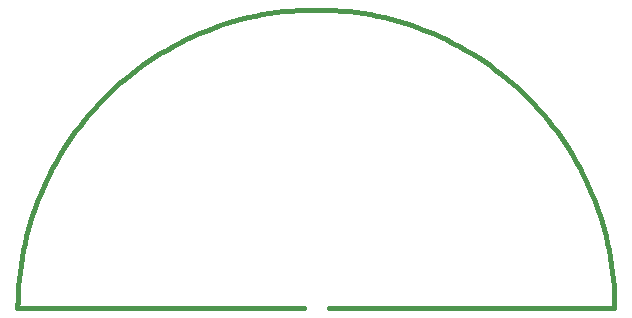
<source format=gtp>
G75*
%MOIN*%
%OFA0B0*%
%FSLAX25Y25*%
%IPPOS*%
%LPD*%
%AMOC8*
5,1,8,0,0,1.08239X$1,22.5*
%
%ADD10C,0.01600*%
D10*
X0001800Y0035590D02*
X0097300Y0035590D01*
X0001800Y0035590D02*
X0001830Y0038013D01*
X0001918Y0040434D01*
X0002065Y0042853D01*
X0002272Y0045267D01*
X0002537Y0047676D01*
X0002860Y0050077D01*
X0003242Y0052470D01*
X0003682Y0054853D01*
X0004180Y0057224D01*
X0004736Y0059583D01*
X0005349Y0061927D01*
X0006019Y0064256D01*
X0006745Y0066568D01*
X0007527Y0068861D01*
X0008365Y0071134D01*
X0009258Y0073387D01*
X0010206Y0075617D01*
X0011208Y0077823D01*
X0012263Y0080005D01*
X0013371Y0082160D01*
X0014531Y0084287D01*
X0015743Y0086386D01*
X0017005Y0088454D01*
X0018317Y0090491D01*
X0019679Y0092495D01*
X0021089Y0094466D01*
X0022546Y0096402D01*
X0024050Y0098301D01*
X0025600Y0100164D01*
X0027195Y0101988D01*
X0028834Y0103773D01*
X0030516Y0105517D01*
X0032240Y0107220D01*
X0034004Y0108881D01*
X0035809Y0110498D01*
X0037653Y0112070D01*
X0039534Y0113598D01*
X0041452Y0115079D01*
X0043405Y0116512D01*
X0045393Y0117898D01*
X0047414Y0119235D01*
X0049466Y0120523D01*
X0051550Y0121760D01*
X0053663Y0122945D01*
X0055804Y0124080D01*
X0057973Y0125161D01*
X0060167Y0126190D01*
X0062385Y0127164D01*
X0064627Y0128085D01*
X0066890Y0128951D01*
X0069173Y0129761D01*
X0071476Y0130515D01*
X0073796Y0131213D01*
X0076133Y0131855D01*
X0078485Y0132439D01*
X0080850Y0132966D01*
X0083227Y0133435D01*
X0085615Y0133846D01*
X0088012Y0134199D01*
X0090418Y0134493D01*
X0092829Y0134729D01*
X0095246Y0134906D01*
X0097666Y0135024D01*
X0100088Y0135083D01*
X0102512Y0135083D01*
X0104934Y0135024D01*
X0107354Y0134906D01*
X0109771Y0134729D01*
X0112182Y0134493D01*
X0114588Y0134199D01*
X0116985Y0133846D01*
X0119373Y0133435D01*
X0121750Y0132966D01*
X0124115Y0132439D01*
X0126467Y0131855D01*
X0128804Y0131213D01*
X0131124Y0130515D01*
X0133427Y0129761D01*
X0135710Y0128951D01*
X0137973Y0128085D01*
X0140215Y0127164D01*
X0142433Y0126190D01*
X0144627Y0125161D01*
X0146796Y0124080D01*
X0148937Y0122945D01*
X0151050Y0121760D01*
X0153134Y0120523D01*
X0155186Y0119235D01*
X0157207Y0117898D01*
X0159195Y0116512D01*
X0161148Y0115079D01*
X0163066Y0113598D01*
X0164947Y0112070D01*
X0166791Y0110498D01*
X0168596Y0108881D01*
X0170360Y0107220D01*
X0172084Y0105517D01*
X0173766Y0103773D01*
X0175405Y0101988D01*
X0177000Y0100164D01*
X0178550Y0098301D01*
X0180054Y0096402D01*
X0181511Y0094466D01*
X0182921Y0092495D01*
X0184283Y0090491D01*
X0185595Y0088454D01*
X0186857Y0086386D01*
X0188069Y0084287D01*
X0189229Y0082160D01*
X0190337Y0080005D01*
X0191392Y0077823D01*
X0192394Y0075617D01*
X0193342Y0073387D01*
X0194235Y0071134D01*
X0195073Y0068861D01*
X0195855Y0066568D01*
X0196581Y0064256D01*
X0197251Y0061927D01*
X0197864Y0059583D01*
X0198420Y0057224D01*
X0198918Y0054853D01*
X0199358Y0052470D01*
X0199740Y0050077D01*
X0200063Y0047676D01*
X0200328Y0045267D01*
X0200535Y0042853D01*
X0200682Y0040434D01*
X0200770Y0038013D01*
X0200800Y0035590D01*
X0105550Y0035590D01*
X0001800Y0035840D02*
X0001800Y0036840D01*
M02*

</source>
